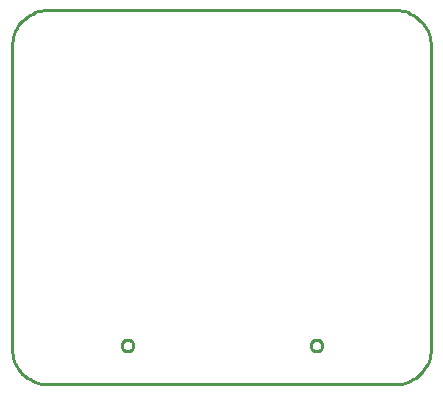
<source format=gbr>
G04 EAGLE Gerber RS-274X export*
G75*
%MOMM*%
%FSLAX34Y34*%
%LPD*%
%IN*%
%IPPOS*%
%AMOC8*
5,1,8,0,0,1.08239X$1,22.5*%
G01*
%ADD10C,0.254000*%


D10*
X12700Y30000D02*
X12814Y27385D01*
X13156Y24791D01*
X13722Y22235D01*
X14509Y19739D01*
X15511Y17321D01*
X16719Y15000D01*
X18125Y12793D01*
X19719Y10716D01*
X21487Y8787D01*
X23416Y7019D01*
X25493Y5425D01*
X27700Y4019D01*
X30021Y2811D01*
X32439Y1809D01*
X34935Y1022D01*
X37491Y456D01*
X40085Y114D01*
X42700Y0D01*
X337300Y0D01*
X339915Y114D01*
X342509Y456D01*
X345065Y1022D01*
X347561Y1809D01*
X349979Y2811D01*
X352300Y4019D01*
X354507Y5425D01*
X356584Y7019D01*
X358513Y8787D01*
X360281Y10716D01*
X361875Y12793D01*
X363281Y15000D01*
X364489Y17321D01*
X365491Y19739D01*
X366278Y22235D01*
X366844Y24791D01*
X367186Y27385D01*
X367300Y30000D01*
X367300Y286500D01*
X367186Y289115D01*
X366844Y291709D01*
X366278Y294265D01*
X365491Y296761D01*
X364489Y299179D01*
X363281Y301500D01*
X361875Y303707D01*
X360281Y305784D01*
X358513Y307713D01*
X356584Y309481D01*
X354507Y311075D01*
X352300Y312481D01*
X349979Y313689D01*
X347561Y314691D01*
X345065Y315478D01*
X342509Y316044D01*
X339915Y316386D01*
X337300Y316500D01*
X42700Y316500D01*
X40085Y316386D01*
X37491Y316044D01*
X34935Y315478D01*
X32439Y314691D01*
X30021Y313689D01*
X27700Y312481D01*
X25493Y311075D01*
X23416Y309481D01*
X21487Y307713D01*
X19719Y305784D01*
X18125Y303707D01*
X16719Y301500D01*
X15511Y299179D01*
X14509Y296761D01*
X13722Y294265D01*
X13156Y291709D01*
X12814Y289115D01*
X12700Y286500D01*
X12700Y30000D01*
X115500Y32319D02*
X115437Y31761D01*
X115312Y31214D01*
X115127Y30684D01*
X114883Y30178D01*
X114584Y29702D01*
X114234Y29263D01*
X113837Y28866D01*
X113398Y28516D01*
X112922Y28217D01*
X112416Y27973D01*
X111886Y27788D01*
X111339Y27663D01*
X110781Y27600D01*
X110219Y27600D01*
X109661Y27663D01*
X109114Y27788D01*
X108584Y27973D01*
X108078Y28217D01*
X107602Y28516D01*
X107163Y28866D01*
X106766Y29263D01*
X106416Y29702D01*
X106117Y30178D01*
X105873Y30684D01*
X105688Y31214D01*
X105563Y31761D01*
X105500Y32319D01*
X105500Y32881D01*
X105563Y33439D01*
X105688Y33986D01*
X105873Y34516D01*
X106117Y35022D01*
X106416Y35498D01*
X106766Y35937D01*
X107163Y36334D01*
X107602Y36684D01*
X108078Y36983D01*
X108584Y37227D01*
X109114Y37412D01*
X109661Y37537D01*
X110219Y37600D01*
X110781Y37600D01*
X111339Y37537D01*
X111886Y37412D01*
X112416Y37227D01*
X112922Y36983D01*
X113398Y36684D01*
X113837Y36334D01*
X114234Y35937D01*
X114584Y35498D01*
X114883Y35022D01*
X115127Y34516D01*
X115312Y33986D01*
X115437Y33439D01*
X115500Y32881D01*
X115500Y32319D01*
X275500Y32319D02*
X275437Y31761D01*
X275312Y31214D01*
X275127Y30684D01*
X274883Y30178D01*
X274584Y29702D01*
X274234Y29263D01*
X273837Y28866D01*
X273398Y28516D01*
X272922Y28217D01*
X272416Y27973D01*
X271886Y27788D01*
X271339Y27663D01*
X270781Y27600D01*
X270219Y27600D01*
X269661Y27663D01*
X269114Y27788D01*
X268584Y27973D01*
X268078Y28217D01*
X267602Y28516D01*
X267163Y28866D01*
X266766Y29263D01*
X266416Y29702D01*
X266117Y30178D01*
X265873Y30684D01*
X265688Y31214D01*
X265563Y31761D01*
X265500Y32319D01*
X265500Y32881D01*
X265563Y33439D01*
X265688Y33986D01*
X265873Y34516D01*
X266117Y35022D01*
X266416Y35498D01*
X266766Y35937D01*
X267163Y36334D01*
X267602Y36684D01*
X268078Y36983D01*
X268584Y37227D01*
X269114Y37412D01*
X269661Y37537D01*
X270219Y37600D01*
X270781Y37600D01*
X271339Y37537D01*
X271886Y37412D01*
X272416Y37227D01*
X272922Y36983D01*
X273398Y36684D01*
X273837Y36334D01*
X274234Y35937D01*
X274584Y35498D01*
X274883Y35022D01*
X275127Y34516D01*
X275312Y33986D01*
X275437Y33439D01*
X275500Y32881D01*
X275500Y32319D01*
M02*

</source>
